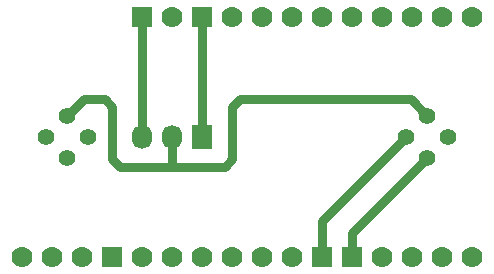
<source format=gtl>
%TF.GenerationSoftware,KiCad,Pcbnew,4.0.5-e0-6337~49~ubuntu16.04.1*%
%TF.CreationDate,2017-01-01T02:05:38+05:30*%
%TF.ProjectId,feather_v2,666561746865725F76322E6B69636164,rev?*%
%TF.FileFunction,Copper,L1,Top,Signal*%
%FSLAX46Y46*%
G04 Gerber Fmt 4.6, Leading zero omitted, Abs format (unit mm)*
G04 Created by KiCad (PCBNEW 4.0.5-e0-6337~49~ubuntu16.04.1) date Sun Jan  1 02:05:38 2017*
%MOMM*%
%LPD*%
G01*
G04 APERTURE LIST*
%ADD10C,0.101600*%
%ADD11R,1.727200X2.032000*%
%ADD12O,1.727200X2.032000*%
%ADD13C,1.397000*%
%ADD14R,1.778000X1.778000*%
%ADD15C,1.778000*%
%ADD16C,0.762000*%
G04 APERTURE END LIST*
D10*
D11*
X97790004Y-101600001D03*
D12*
X95250004Y-101600001D03*
X92710004Y-101600001D03*
D13*
X116840000Y-99803949D03*
X118636051Y-101600000D03*
X116840000Y-103396051D03*
X115043949Y-101600000D03*
X84563949Y-101600000D03*
X86360000Y-99803949D03*
X88156051Y-101600000D03*
X86360000Y-103396051D03*
D14*
X90170000Y-111760000D03*
X92710000Y-91440000D03*
X97790000Y-91440000D03*
X107950000Y-111760000D03*
X110490000Y-111760000D03*
D15*
X82550000Y-111760000D03*
X85090000Y-111760000D03*
X87630000Y-111760000D03*
X92710000Y-111760000D03*
X95250000Y-111760000D03*
X97790000Y-111760000D03*
X100330000Y-111760000D03*
X102870000Y-111760000D03*
X105410000Y-111760000D03*
X113030000Y-111760000D03*
X115570000Y-111760000D03*
X118110000Y-111760000D03*
X120650000Y-111760000D03*
X120650000Y-91440000D03*
X118110000Y-91440000D03*
X115570000Y-91440000D03*
X113030000Y-91440000D03*
X110490000Y-91440000D03*
X107950000Y-91440000D03*
X105410000Y-91440000D03*
X102870000Y-91440000D03*
X100330000Y-91440000D03*
X95250000Y-91440000D03*
D16*
X97790004Y-101600001D02*
X97790004Y-91440004D01*
X97790004Y-91440004D02*
X97790000Y-91440000D01*
X90805000Y-104140000D02*
X95250000Y-104140000D01*
X95250000Y-104140000D02*
X99695000Y-104140000D01*
X95250004Y-101600001D02*
X95250004Y-104139996D01*
X95250004Y-104139996D02*
X95250000Y-104140000D01*
X86360000Y-99803949D02*
X87738949Y-98425000D01*
X115461051Y-98425000D02*
X116840000Y-99803949D01*
X87738949Y-98425000D02*
X89535000Y-98425000D01*
X89535000Y-98425000D02*
X90170000Y-99060000D01*
X90170000Y-99060000D02*
X90170000Y-103505000D01*
X90170000Y-103505000D02*
X90805000Y-104140000D01*
X99695000Y-104140000D02*
X100330000Y-103505000D01*
X100330000Y-103505000D02*
X100330000Y-99060000D01*
X100330000Y-99060000D02*
X100965000Y-98425000D01*
X100965000Y-98425000D02*
X115461051Y-98425000D01*
X92710004Y-101600001D02*
X92710004Y-91440004D01*
X92710004Y-91440004D02*
X92710000Y-91440000D01*
X110490000Y-111760000D02*
X110490000Y-109746051D01*
X110490000Y-109746051D02*
X116840000Y-103396051D01*
X107950000Y-111760000D02*
X107950000Y-108693949D01*
X107950000Y-108693949D02*
X115043949Y-101600000D01*
M02*

</source>
